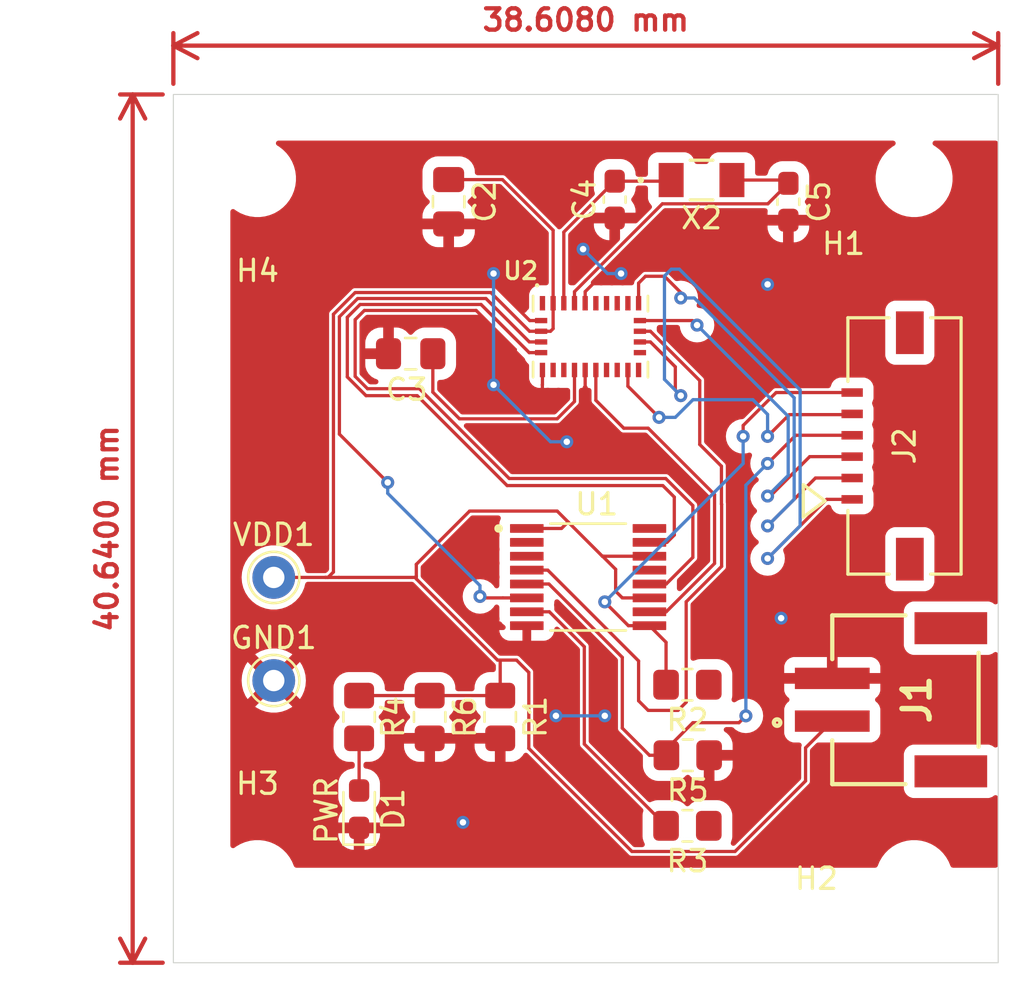
<source format=kicad_pcb>
(kicad_pcb (version 20240108) (generator "pcbnew") (generator_version "8.0")
  (layers (0 "F.Cu" signal) (31 "B.Cu" signal) (34 "B.Paste" user) (35 "F.Paste" user) (36 "B.SilkS" user "B.Silkscreen") (37 "F.SilkS" user "F.Silkscreen") (38 "B.Mask" user) (39 "F.Mask" user) (44 "Edge.Cuts" user))
  (net 0 "")
  (net 1 "GND")
  (net 2 "+3.3V")
  (net 3 "Net-(U2-CAP)")
  (net 4 "Net-(U2-XIN32)")
  (net 5 "Net-(U2-CLKSEL1{slash}XOUT32)")
  (net 6 "Net-(D1-A)")
  (net 9 "Net-(U1-3A)")
  (net 10 "/CS_N")
  (net 11 "/BOOT_N_BUF")
  (net 13 "/RST_N_BUF")
  (net 14 "/CS_N_BUF")
  (net 17 "/RST_N")
  (net 18 "/PS1_BUF")
  (net 21 "/MOSI")
  (net 22 "/INT_N")
  (net 24 "/SCLK")
  (net 25 "/MISO")
  (net 26 "/PS0_BUF")
  (footprint "SC32S-7PF20PPM:XTAL_SC32S-7PF20PPM_EPS" (layer "F.Cu") (at 121.1149 80.0785)
    (property "Reference" "X2" (at 0 1.778 0) (layer "F.SilkS"))
    (property "Value" "SC32S-7PF20PPM")
    (fp_line (start -0.53065 0.9271) (end 0.53065 0.9271) (stroke (width 0.1524)) (layer "F.SilkS"))
    (fp_line (start 0.53065 -0.9271) (end -0.53065 -0.9271) (stroke (width 0.1524)) (layer "F.SilkS"))
    (fp_circle (center -2.8448 0) (end -2.7686 0) (stroke (width 0.1524)) (fill none) (layer "F.SilkS"))
    (pad "1" smd rect (at -1.4224 0) (size 1.1684 1.6002) (layers "F.Cu" "F.Paste" "F.Mask") (net 4 "Net-(U2-XIN32)"))
    (pad "2" smd rect (at 1.4224 0) (size 1.1684 1.6002) (layers "F.Cu" "F.Paste" "F.Mask") (net 5 "Net-(U2-CLKSEL1{slash}XOUT32)"))
    (zone (net 0) (net_name "") (layer "F.Cu") (connect_pads (clearance 0)) (min_thickness 0.254)
      (keepout (tracks not_allowed) (vias not_allowed) (pads allowed) (copperpour not_allowed) (footprints allowed))
      (fill (thermal_gap 0.508) (thermal_bridge_width 0.508))
      (polygon (pts (xy 120.3275 79.3292) (xy 121.9023 79.3292) (xy 121.9023 80.8278) (xy 120.3275 80.8278)))
    )
  )
  (footprint "Resistor_SMD:R_0805_2012Metric_Pad1.20x1.40mm_HandSolder" (layer "F.Cu") (at 105.0875 105.2085 90)
    (property "Reference" "R4" (at 0 1.5925 -90) (layer "F.SilkS"))
    (property "Value" "10k")
    (fp_line (start -0.227064 -0.735) (end 0.227064 -0.735) (stroke (width 0.12)) (layer "F.SilkS"))
    (fp_line (start -0.227064 0.735) (end 0.227064 0.735) (stroke (width 0.12)) (layer "F.SilkS"))
    (pad "1" smd roundrect (at -1 0 90) (size 1.2 1.4) (layers "F.Cu" "F.Paste" "F.Mask") (roundrect_rratio 0.208333) (net 6 "Net-(D1-A)"))
    (pad "2" smd roundrect (at 1 0 90) (size 1.2 1.4) (layers "F.Cu" "F.Paste" "F.Mask") (roundrect_rratio 0.208333) (net 2 "+3.3V"))
  )
  (footprint "CD74HC4050PWR:SOP65P640X120-16N" (layer "F.Cu") (at 115.8065 98.6615)
    (property "Reference" "U1" (at 0.3985 -3.4115 0) (layer "F.SilkS"))
    (property "Value" "CD74HC4050PWR")
    (fp_line (start -1.765 -2.5) (end 1.765 -2.5) (stroke (width 0.127)) (layer "F.SilkS"))
    (fp_line (start 1.765 2.5) (end -1.765 2.5) (stroke (width 0.127)) (layer "F.SilkS"))
    (fp_circle (center -4.19 -2.275) (end -4.09 -2.275) (stroke (width 0.2)) (fill none) (layer "F.SilkS"))
    (pad "1" smd roundrect (at -2.87 -2.275) (size 1.57 0.41) (layers "F.Cu" "F.Paste" "F.Mask") (roundrect_rratio 0.05) (net 2 "+3.3V"))
    (pad "2" smd roundrect (at -2.87 -1.625) (size 1.57 0.41) (layers "F.Cu" "F.Paste" "F.Mask") (roundrect_rratio 0.05))
    (pad "3" smd roundrect (at -2.87 -0.975) (size 1.57 0.41) (layers "F.Cu" "F.Paste" "F.Mask") (roundrect_rratio 0.05))
    (pad "4" smd roundrect (at -2.87 -0.325) (size 1.57 0.41) (layers "F.Cu" "F.Paste" "F.Mask") (roundrect_rratio 0.05) (net 14 "/CS_N_BUF"))
    (pad "5" smd roundrect (at -2.87 0.325) (size 1.57 0.41) (layers "F.Cu" "F.Paste" "F.Mask") (roundrect_rratio 0.05) (net 10 "/CS_N"))
    (pad "6" smd roundrect (at -2.87 0.975) (size 1.57 0.41) (layers "F.Cu" "F.Paste" "F.Mask") (roundrect_rratio 0.05) (net 11 "/BOOT_N_BUF"))
    (pad "7" smd roundrect (at -2.87 1.625) (size 1.57 0.41) (layers "F.Cu" "F.Paste" "F.Mask") (roundrect_rratio 0.05) (net 9 "Net-(U1-3A)"))
    (pad "8" smd roundrect (at -2.87 2.275) (size 1.57 0.41) (layers "F.Cu" "F.Paste" "F.Mask") (roundrect_rratio 0.05) (net 1 "GND"))
    (pad "9" smd roundrect (at 2.87 2.275) (size 1.57 0.41) (layers "F.Cu" "F.Paste" "F.Mask") (roundrect_rratio 0.05) (net 17 "/RST_N"))
    (pad "10" smd roundrect (at 2.87 1.625) (size 1.57 0.41) (layers "F.Cu" "F.Paste" "F.Mask") (roundrect_rratio 0.05) (net 13 "/RST_N_BUF"))
    (pad "11" smd roundrect (at 2.87 0.975) (size 1.57 0.41) (layers "F.Cu" "F.Paste" "F.Mask") (roundrect_rratio 0.05) (net 2 "+3.3V"))
    (pad "12" smd roundrect (at 2.87 0.325) (size 1.57 0.41) (layers "F.Cu" "F.Paste" "F.Mask") (roundrect_rratio 0.05) (net 26 "/PS0_BUF"))
    (pad "13" smd roundrect (at 2.87 -0.325) (size 1.57 0.41) (layers "F.Cu" "F.Paste" "F.Mask") (roundrect_rratio 0.05))
    (pad "14" smd roundrect (at 2.87 -0.975) (size 1.57 0.41) (layers "F.Cu" "F.Paste" "F.Mask") (roundrect_rratio 0.05) (net 2 "+3.3V"))
    (pad "15" smd roundrect (at 2.87 -1.625) (size 1.57 0.41) (layers "F.Cu" "F.Paste" "F.Mask") (roundrect_rratio 0.05) (net 18 "/PS1_BUF"))
    (pad "16" smd roundrect (at 2.87 -2.275) (size 1.57 0.41) (layers "F.Cu" "F.Paste" "F.Mask") (roundrect_rratio 0.05))
  )
  (footprint "TestPoint:TestPoint_THTPad_D2.0mm_Drill1.0mm" (layer "F.Cu") (at 101.092 103.505)
    (property "Reference" "GND1" (at 0 -1.998 0) (layer "F.SilkS"))
    (property "Value" "TestPoint")
    (fp_circle (center 0 0) (end 0 1.2) (stroke (width 0.12)) (fill none) (layer "F.SilkS"))
    (pad "1" thru_hole circle (at 0 0) (size 2 2) (drill 1) (layers "*.Cu" "*.Mask") (net 1 "GND"))
  )
  (footprint "MountingHole:MountingHole_3.2mm_M3" (layer "F.Cu") (at 100.33 80.01)
    (property "Reference" "H4" (at 0 4.318 0) (layer "F.SilkS"))
    (property "Value" "MountingHole")
    (pad "" np_thru_hole circle (at 0 0) (size 3.2 3.2) (drill 3.2) (layers "*.Cu" "*.Mask"))
  )
  (footprint "BNO085:IC_BNO080" (layer "F.Cu") (at 115.9185 87.406)
    (property "Reference" "U2" (at -3.2695 -3.078 0) (layer "F.SilkS") (effects (font (size 0.8001 0.8001))))
    (property "Value" "~")
    (fp_line (start -2.6885 -1.9) (end -2.6885 -1.1885) (stroke (width 0.127)) (layer "F.SilkS"))
    (fp_line (start -2.6885 1.9) (end -2.6885 1.1885) (stroke (width 0.127)) (layer "F.SilkS"))
    (fp_line (start 2.6885 -1.9) (end 2.6885 -1.1885) (stroke (width 0.127)) (layer "F.SilkS"))
    (fp_line (start 2.6885 1.9) (end 2.6885 1.1885) (stroke (width 0.127)) (layer "F.SilkS"))
    (fp_circle (center -2.5 -2.4) (end -2.45 -2.4) (stroke (width 0.1)) (fill none) (layer "F.SilkS"))
    (pad "1" smd rect (at -2.25 -1.5625 90) (size 0.675 0.25) (layers "F.Cu" "F.Paste" "F.Mask"))
    (pad "2" smd rect (at -2.3125 -0.75) (size 0.575 0.25) (layers "F.Cu" "F.Paste" "F.Mask") (net 1 "GND"))
    (pad "3" smd rect (at -2.3125 -0.25) (size 0.575 0.25) (layers "F.Cu" "F.Paste" "F.Mask") (net 2 "+3.3V"))
    (pad "4" smd rect (at -2.3125 0.25) (size 0.575 0.25) (layers "F.Cu" "F.Paste" "F.Mask") (net 11 "/BOOT_N_BUF"))
    (pad "5" smd rect (at -2.3125 0.75) (size 0.575 0.25) (layers "F.Cu" "F.Paste" "F.Mask") (net 18 "/PS1_BUF"))
    (pad "6" smd rect (at -2.25 1.5625 270) (size 0.675 0.25) (layers "F.Cu" "F.Paste" "F.Mask") (net 26 "/PS0_BUF"))
    (pad "7" smd rect (at -1.75 1.5625 270) (size 0.675 0.25) (layers "F.Cu" "F.Paste" "F.Mask"))
    (pad "8" smd rect (at -1.25 1.5625 270) (size 0.675 0.25) (layers "F.Cu" "F.Paste" "F.Mask"))
    (pad "9" smd rect (at -0.75 1.5625 270) (size 0.675 0.25) (layers "F.Cu" "F.Paste" "F.Mask") (net 3 "Net-(U2-CAP)"))
    (pad "10" smd rect (at -0.25 1.5625 270) (size 0.675 0.25) (layers "F.Cu" "F.Paste" "F.Mask") (net 1 "GND"))
    (pad "11" smd rect (at 0.25 1.5625 270) (size 0.675 0.25) (layers "F.Cu" "F.Paste" "F.Mask") (net 13 "/RST_N_BUF"))
    (pad "12" smd rect (at 0.75 1.5625 270) (size 0.675 0.25) (layers "F.Cu" "F.Paste" "F.Mask"))
    (pad "13" smd rect (at 1.25 1.5625 270) (size 0.675 0.25) (layers "F.Cu" "F.Paste" "F.Mask"))
    (pad "14" smd rect (at 1.75 1.5625 270) (size 0.675 0.25) (layers "F.Cu" "F.Paste" "F.Mask") (net 22 "/INT_N"))
    (pad "15" smd rect (at 2.25 1.5625 270) (size 0.675 0.25) (layers "F.Cu" "F.Paste" "F.Mask"))
    (pad "16" smd rect (at 2.3125 0.75 180) (size 0.575 0.25) (layers "F.Cu" "F.Paste" "F.Mask"))
    (pad "17" smd rect (at 2.3125 0.25 180) (size 0.575 0.25) (layers "F.Cu" "F.Paste" "F.Mask") (net 21 "/MOSI"))
    (pad "18" smd rect (at 2.3125 -0.25 180) (size 0.575 0.25) (layers "F.Cu" "F.Paste" "F.Mask") (net 14 "/CS_N_BUF"))
    (pad "19" smd rect (at 2.3125 -0.75 180) (size 0.575 0.25) (layers "F.Cu" "F.Paste" "F.Mask") (net 24 "/SCLK"))
    (pad "20" smd rect (at 2.25 -1.5625 90) (size 0.675 0.25) (layers "F.Cu" "F.Paste" "F.Mask") (net 25 "/MISO"))
    (pad "21" smd rect (at 1.75 -1.5625 90) (size 0.675 0.25) (layers "F.Cu" "F.Paste" "F.Mask"))
    (pad "22" smd rect (at 1.25 -1.5625 90) (size 0.675 0.25) (layers "F.Cu" "F.Paste" "F.Mask"))
    (pad "23" smd rect (at 0.75 -1.5625 90) (size 0.675 0.25) (layers "F.Cu" "F.Paste" "F.Mask"))
    (pad "24" smd rect (at 0.25 -1.5625 90) (size 0.675 0.25) (layers "F.Cu" "F.Paste" "F.Mask"))
    (pad "25" smd rect (at -0.25 -1.5625 90) (size 0.675 0.25) (layers "F.Cu" "F.Paste" "F.Mask") (net 1 "GND"))
    (pad "26" smd rect (at -0.75 -1.5625 90) (size 0.675 0.25) (layers "F.Cu" "F.Paste" "F.Mask") (net 5 "Net-(U2-CLKSEL1{slash}XOUT32)"))
    (pad "27" smd rect (at -1.25 -1.5625 90) (size 0.675 0.25) (layers "F.Cu" "F.Paste" "F.Mask") (net 4 "Net-(U2-XIN32)"))
    (pad "28" smd rect (at -1.75 -1.5625 90) (size 0.675 0.25) (layers "F.Cu" "F.Paste" "F.Mask") (net 2 "+3.3V"))
  )
  (footprint "TestPoint:TestPoint_THTPad_D2.0mm_Drill1.0mm" (layer "F.Cu") (at 101.092 98.679)
    (property "Reference" "VDD1" (at 0 -1.998 0) (layer "F.SilkS"))
    (property "Value" "TestPoint")
    (fp_circle (center 0 0) (end 0 1.2) (stroke (width 0.12)) (fill none) (layer "F.SilkS"))
    (pad "1" thru_hole circle (at 0 0) (size 2 2) (drill 1) (layers "*.Cu" "*.Mask") (net 2 "+3.3V"))
  )
  (footprint "Capacitor_SMD:C_0805_2012Metric_Pad1.18x1.45mm_HandSolder" (layer "F.Cu") (at 109.2785 81.0945 -90)
    (property "Reference" "C2" (at 0 -1.68 90) (layer "F.SilkS"))
    (property "Value" "0.1uF")
    (fp_line (start -0.261252 0.735) (end 0.261252 0.735) (stroke (width 0.12)) (layer "F.SilkS"))
    (fp_line (start -0.261252 -0.735) (end 0.261252 -0.735) (stroke (width 0.12)) (layer "F.SilkS"))
    (pad "1" smd roundrect (at -1.0375 0 270) (size 1.175 1.45) (layers "F.Cu" "F.Paste" "F.Mask") (roundrect_rratio 0.212766) (net 2 "+3.3V"))
    (pad "2" smd roundrect (at 1.0375 0 270) (size 1.175 1.45) (layers "F.Cu" "F.Paste" "F.Mask") (roundrect_rratio 0.212766) (net 1 "GND"))
  )
  (footprint "Resistor_SMD:R_0805_2012Metric_Pad1.20x1.40mm_HandSolder" (layer "F.Cu") (at 120.4705 107.0025 180)
    (property "Reference" "R5" (at 0 -1.65 180) (layer "F.SilkS"))
    (property "Value" "10k")
    (fp_line (start -0.227064 0.735) (end 0.227064 0.735) (stroke (width 0.12)) (layer "F.SilkS"))
    (fp_line (start -0.227064 -0.735) (end 0.227064 -0.735) (stroke (width 0.12)) (layer "F.SilkS"))
    (pad "1" smd roundrect (at -1 0 180) (size 1.2 1.4) (layers "F.Cu" "F.Paste" "F.Mask") (roundrect_rratio 0.208333) (net 1 "GND"))
    (pad "2" smd roundrect (at 1 0 180) (size 1.2 1.4) (layers "F.Cu" "F.Paste" "F.Mask") (roundrect_rratio 0.208333) (net 10 "/CS_N"))
  )
  (footprint "Resistor_SMD:R_0805_2012Metric_Pad1.20x1.40mm_HandSolder" (layer "F.Cu") (at 108.3895 105.2085 -90)
    (property "Reference" "R6" (at 0 -1.65 90) (layer "F.SilkS"))
    (property "Value" "10k")
    (fp_line (start -0.227064 0.735) (end 0.227064 0.735) (stroke (width 0.12)) (layer "F.SilkS"))
    (fp_line (start -0.227064 -0.735) (end 0.227064 -0.735) (stroke (width 0.12)) (layer "F.SilkS"))
    (pad "1" smd roundrect (at -1 0 270) (size 1.2 1.4) (layers "F.Cu" "F.Paste" "F.Mask") (roundrect_rratio 0.208333) (net 2 "+3.3V"))
    (pad "2" smd roundrect (at 1 0 270) (size 1.2 1.4) (layers "F.Cu" "F.Paste" "F.Mask") (roundrect_rratio 0.208333) (net 1 "GND"))
  )
  (footprint "Capacitor_SMD:C_0805_2012Metric_Pad1.18x1.45mm_HandSolder" (layer "F.Cu") (at 107.5005 88.2065 180)
    (property "Reference" "C3" (at 0.1855 -1.68 180) (layer "F.SilkS"))
    (property "Value" "0.1uF")
    (fp_line (start -0.261252 0.735) (end 0.261252 0.735) (stroke (width 0.12)) (layer "F.SilkS"))
    (fp_line (start -0.261252 -0.735) (end 0.261252 -0.735) (stroke (width 0.12)) (layer "F.SilkS"))
    (pad "1" smd roundrect (at -1.0375 0 180) (size 1.175 1.45) (layers "F.Cu" "F.Paste" "F.Mask") (roundrect_rratio 0.212766) (net 3 "Net-(U2-CAP)"))
    (pad "2" smd roundrect (at 1.0375 0 180) (size 1.175 1.45) (layers "F.Cu" "F.Paste" "F.Mask") (roundrect_rratio 0.212766) (net 1 "GND"))
  )
  (footprint "Adafruit Accessories JST-PH 2-pin SMT Right Angle Connect:1769" (layer "F.Cu") (at 127.234 104.404 90)
    (property "Reference" "J1" (at 0.01 3.957 -90) (layer "F.SilkS") (effects (font (size 1.27 1.27) (thickness 0.254))))
    (property "Value" "1769" (hide yes))
    (fp_line (start 3.95 0) (end 1.9 0) (stroke (width 0.2)) (layer "F.SilkS"))
    (fp_line (start 3.95 0) (end 3.95 3.425) (stroke (width 0.2)) (layer "F.SilkS"))
    (fp_line (start -3.95 0) (end -1.9 0) (stroke (width 0.2)) (layer "F.SilkS"))
    (fp_line (start -3.95 0) (end -3.95 3.425) (stroke (width 0.2)) (layer "F.SilkS"))
    (fp_line (start -2.196 6.849) (end 2.196 6.849) (stroke (width 0.2)) (layer "F.SilkS"))
    (fp_circle (center -1.069 -2.582) (end -1.069 -2.53) (stroke (width 0.2)) (fill none) (layer "F.SilkS"))
    (pad "1" smd rect (at -1 0 90) (size 1 3.5) (layers "F.Cu" "F.Paste" "F.Mask") (net 2 "+3.3V"))
    (pad "2" smd rect (at 1 0 90) (size 1 3.5) (layers "F.Cu" "F.Paste" "F.Mask") (net 1 "GND"))
    (pad "3" smd rect (at -3.35 5.55 90) (size 1.5 3.4) (layers "F.Cu" "F.Paste" "F.Mask"))
    (pad "4" smd rect (at 3.35 5.55 90) (size 1.5 3.4) (layers "F.Cu" "F.Paste" "F.Mask"))
  )
  (footprint "LED_SMD:LED_0603_1608Metric_Pad1.05x0.95mm_HandSolder" (layer "F.Cu") (at 105.0875 109.5265 90)
    (property "Reference" "D1" (at 0 1.5925 -90) (layer "F.SilkS"))
    (property "Value" "LED(Red)")
    (fp_line (start 0.8 -0.735) (end -1.66 -0.735) (stroke (width 0.12)) (layer "F.SilkS"))
    (fp_line (start -1.66 -0.735) (end -1.66 0.735) (stroke (width 0.12)) (layer "F.SilkS"))
    (fp_line (start -1.66 0.735) (end 0.8 0.735) (stroke (width 0.12)) (layer "F.SilkS"))
    (pad "1" smd roundrect (at -0.875 0 90) (size 1.05 0.95) (layers "F.Cu" "F.Paste" "F.Mask") (net 1 "GND"))
    (pad "2" smd roundrect (at 0.875 0 90) (size 1.05 0.95) (layers "F.Cu" "F.Paste" "F.Mask") (net 6 "Net-(D1-A)"))
  )
  (footprint "Capacitor_SMD:C_0603_1608Metric_Pad1.08x0.95mm_HandSolder" (layer "F.Cu") (at 125.1789 81.0945 -90)
    (property "Reference" "C5" (at 0 -1.43 90) (layer "F.SilkS"))
    (property "Value" "22pF")
    (fp_line (start -0.146267 0.51) (end 0.146267 0.51) (stroke (width 0.12)) (layer "F.SilkS"))
    (fp_line (start -0.146267 -0.51) (end 0.146267 -0.51) (stroke (width 0.12)) (layer "F.SilkS"))
    (pad "1" smd roundrect (at -0.8625 0 270) (size 1.075 0.95) (layers "F.Cu" "F.Paste" "F.Mask") (net 5 "Net-(U2-CLKSEL1{slash}XOUT32)"))
    (pad "2" smd roundrect (at 0.8625 0 270) (size 1.075 0.95) (layers "F.Cu" "F.Paste" "F.Mask") (net 1 "GND"))
  )
  (footprint "MountingHole:MountingHole_3.2mm_M3" (layer "F.Cu") (at 131.064 80.01)
    (property "Reference" "H1" (at -3.302 3.048 0) (layer "F.SilkS"))
    (property "Value" "MountingHole")
    (pad "" np_thru_hole circle (at 0 0) (size 3.2 3.2) (drill 3.2) (layers "*.Cu" "*.Mask"))
  )
  (footprint "Resistor_SMD:R_0805_2012Metric_Pad1.20x1.40mm_HandSolder" (layer "F.Cu") (at 120.4545 110.3045 180)
    (property "Reference" "R3" (at 0 -1.65 180) (layer "F.SilkS"))
    (property "Value" "10k")
    (fp_line (start -0.227064 0.735) (end 0.227064 0.735) (stroke (width 0.12)) (layer "F.SilkS"))
    (fp_line (start -0.227064 -0.735) (end 0.227064 -0.735) (stroke (width 0.12)) (layer "F.SilkS"))
    (pad "1" smd roundrect (at -1 0 180) (size 1.2 1.4) (layers "F.Cu" "F.Paste" "F.Mask") (roundrect_rratio 0.208333) (net 2 "+3.3V"))
    (pad "2" smd roundrect (at 1 0 180) (size 1.2 1.4) (layers "F.Cu" "F.Paste" "F.Mask") (roundrect_rratio 0.208333) (net 9 "Net-(U1-3A)"))
  )
  (footprint "MountingHole:MountingHole_3.2mm_M3" (layer "F.Cu") (at 131.064 112.776)
    (property "Reference" "H2" (at -4.572 0 0) (layer "F.SilkS"))
    (property "Value" "MountingHole")
    (pad "" np_thru_hole circle (at 0 0) (size 3.2 3.2) (drill 3.2) (layers "*.Cu" "*.Mask"))
  )
  (footprint "WM24188TR-ND:CON_2005280060_MOL" (layer "F.Cu") (at 130.6145 92.5245 90)
    (property "Reference" "J2" (at 0 0 90) (layer "F.SilkS"))
    (property "Value" "2005280060")
    (fp_line (start -1.808988 -4.736) (end -2.570988 -3.72) (stroke (width 0.1524)) (layer "F.SilkS"))
    (fp_line (start -3.332988 -4.736) (end -1.808988 -4.736) (stroke (width 0.1524)) (layer "F.SilkS"))
    (fp_line (start -3.332988 -4.736) (end -2.570988 -3.72) (stroke (width 0.1524)) (layer "F.SilkS"))
    (fp_line (start 5.999988 -2.65) (end 3.02004 -2.65) (stroke (width 0.1524)) (layer "F.SilkS"))
    (fp_line (start -3.02004 -2.65) (end -5.999988 -2.65) (stroke (width 0.1524)) (layer "F.SilkS"))
    (fp_line (start -5.999988 -2.65) (end -5.999988 -0.72004) (stroke (width 0.1524)) (layer "F.SilkS"))
    (fp_line (start 5.999988 -0.72004) (end 5.999988 -2.65) (stroke (width 0.1524)) (layer "F.SilkS"))
    (fp_line (start -5.999988 1.220039) (end -5.999988 2.65) (stroke (width 0.1524)) (layer "F.SilkS"))
    (fp_line (start 5.999988 2.65) (end 5.999988 1.220039) (stroke (width 0.1524)) (layer "F.SilkS"))
    (fp_line (start -5.999988 2.65) (end 5.999988 2.65) (stroke (width 0.1524)) (layer "F.SilkS"))
    (pad "1" smd rect (at -2.5 -2.45 90) (size 0.4 1) (layers "F.Cu" "F.Paste" "F.Mask") (net 21 "/MOSI"))
    (pad "2" smd rect (at -1.5 -2.45 90) (size 0.4 1) (layers "F.Cu" "F.Paste" "F.Mask") (net 25 "/MISO"))
    (pad "3" smd rect (at -0.499999 -2.45 90) (size 0.4 1) (layers "F.Cu" "F.Paste" "F.Mask") (net 24 "/SCLK"))
    (pad "4" smd rect (at 0.499999 -2.45 90) (size 0.4 1) (layers "F.Cu" "F.Paste" "F.Mask") (net 10 "/CS_N"))
    (pad "5" smd rect (at 1.5 -2.45 90) (size 0.4 1) (layers "F.Cu" "F.Paste" "F.Mask") (net 22 "/INT_N"))
    (pad "6" smd rect (at 2.5 -2.45 90) (size 0.4 1) (layers "F.Cu" "F.Paste" "F.Mask") (net 17 "/RST_N"))
    (pad "P1" smd rect (at -5.299995 0.249999 90) (size 2 1.3) (layers "F.Cu" "F.Paste" "F.Mask"))
    (pad "P2" smd rect (at 5.299995 0.249999 90) (size 2 1.3) (layers "F.Cu" "F.Paste" "F.Mask"))
  )
  (footprint "Resistor_SMD:R_0805_2012Metric_Pad1.20x1.40mm_HandSolder" (layer "F.Cu") (at 120.4545 103.7005 180)
    (property "Reference" "R2" (at 0 -1.65 180) (layer "F.SilkS"))
    (property "Value" "10k")
    (fp_line (start -0.227064 0.735) (end 0.227064 0.735) (stroke (width 0.12)) (layer "F.SilkS"))
    (fp_line (start -0.227064 -0.735) (end 0.227064 -0.735) (stroke (width 0.12)) (layer "F.SilkS"))
    (pad "1" smd roundrect (at -1 0 180) (size 1.2 1.4) (layers "F.Cu" "F.Paste" "F.Mask") (roundrect_rratio 0.208333) (net 2 "+3.3V"))
    (pad "2" smd roundrect (at 1 0 180) (size 1.2 1.4) (layers "F.Cu" "F.Paste" "F.Mask") (roundrect_rratio 0.208333) (net 17 "/RST_N"))
  )
  (footprint "MountingHole:MountingHole_3.2mm_M3" (layer "F.Cu") (at 100.33 112.776)
    (property "Reference" "H3" (at 0 -4.445 0) (layer "F.SilkS"))
    (property "Value" "MountingHole")
    (pad "" np_thru_hole circle (at 0 0) (size 3.2 3.2) (drill 3.2) (layers "*.Cu" "*.Mask"))
  )
  (footprint "Resistor_SMD:R_0805_2012Metric_Pad1.20x1.40mm_HandSolder" (layer "F.Cu") (at 111.6915 105.2085 -90)
    (property "Reference" "R1" (at 0 -1.65 90) (layer "F.SilkS"))
    (property "Value" "10k")
    (fp_line (start -0.227064 0.735) (end 0.227064 0.735) (stroke (width 0.12)) (layer "F.SilkS"))
    (fp_line (start -0.227064 -0.735) (end 0.227064 -0.735) (stroke (width 0.12)) (layer "F.SilkS"))
    (pad "1" smd roundrect (at -1 0 270) (size 1.2 1.4) (layers "F.Cu" "F.Paste" "F.Mask") (roundrect_rratio 0.208333) (net 2 "+3.3V"))
    (pad "2" smd roundrect (at 1 0 270) (size 1.2 1.4) (layers "F.Cu" "F.Paste" "F.Mask") (roundrect_rratio 0.208333) (net 1 "GND"))
  )
  (footprint "Capacitor_SMD:C_0603_1608Metric_Pad1.08x0.95mm_HandSolder" (layer "F.Cu") (at 117.0509 80.994 -90)
    (property "Reference" "C4" (at 0 1.4224 90) (layer "F.SilkS"))
    (property "Value" "22pF")
    (fp_line (start -0.146267 0.51) (end 0.146267 0.51) (stroke (width 0.12)) (layer "F.SilkS"))
    (fp_line (start -0.146267 -0.51) (end 0.146267 -0.51) (stroke (width 0.12)) (layer "F.SilkS"))
    (pad "1" smd roundrect (at -0.8625 0 270) (size 1.075 0.95) (layers "F.Cu" "F.Paste" "F.Mask") (net 4 "Net-(U2-XIN32)"))
    (pad "2" smd roundrect (at 0.8625 0 270) (size 1.075 0.95) (layers "F.Cu" "F.Paste" "F.Mask") (net 1 "GND"))
  )
  (gr_rect (start 96.393 76.073) (end 135.001 116.713) (stroke (width 0.05)) (fill none) (layer "Edge.Cuts"))
  (gr_text "PWR" (at 104.14 111.252 90) (layer "F.SilkS") (effects (font (size 1 1) (thickness 0.15) (bold yes)) (justify left bottom)))
  (dimension (type aligned) (layer "F.Cu") (pts (xy 96.393 76.073) (xy 135.001 76.073)) (height -2.286) (gr_text "1520.0000 mils" (at 115.697 72.587 0) (layer "F.Cu") (effects (font (size 1 1) (thickness 0.2)))) (format (prefix "") (suffix "") (units 3) (units_format 1) (precision 4)) (style (thickness 0.2) (arrow_length 1.27) (text_position_mode 0) (extension_height 0.58642) (extension_offset 0.5) keep_text_aligned))
  (dimension (type aligned) (layer "F.Cu") (pts (xy 96.393 76.073) (xy 96.393 116.713)) (height 1.905) (gr_text "1600.0000 mils" (at 93.288 96.393 90) (layer "F.Cu") (effects (font (size 1 1) (thickness 0.2)))) (format (prefix "") (suffix "") (units 3) (units_format 1) (precision 4)) (style (thickness 0.2) (arrow_length 1.27) (text_position_mode 0) (extension_height 0.58642) (extension_offset 0.5) keep_text_aligned))
  (segment (start 115.6685 85.3028) (end 116.5163 84.455) (width 0.1524) (layer "F.Cu") (net 1))
  (segment (start 117.348 84.455) (end 117.221 84.455) (width 0.1524) (layer "F.Cu") (net 1))
  (segment (start 115.6685 85.8435) (end 115.6685 85.3028) (width 0.1524) (layer "F.Cu") (net 1))
  (segment (start 111.379 84.455) (end 111.379 84.963) (width 0.1524) (layer "F.Cu") (net 1))
  (segment (start 111.379 84.963) (end 113.072 86.656) (width 0.1524) (layer "F.Cu") (net 1))
  (segment (start 116.5163 84.455) (end 117.348 84.455) (width 0.1524) (layer "F.Cu") (net 1))
  (segment (start 115.6685 91.4685) (end 115.6685 88.9685) (width 0.1524) (layer "F.Cu") (net 1))
  (segment (start 113.072 86.656) (end 113.606 86.656) (width 0.1524) (layer "F.Cu") (net 1))
  (segment (start 114.808 92.329) (end 115.6685 91.4685) (width 0.1524) (layer "F.Cu") (net 1))
  (via (at 114.3 105.156) (size 0.61) (drill 0.3) (layers "F.Cu" "B.Cu") (net 1))
  (via (at 124.206 84.963) (size 0.61) (drill 0.3) (layers "F.Cu" "B.Cu") (net 1))
  (via (at 115.57 83.312) (size 0.61) (drill 0.3) (layers "F.Cu" "B.Cu") (net 1))
  (via (at 114.808 92.329) (size 0.61) (drill 0.3) (layers "F.Cu" "B.Cu") (net 1))
  (via (at 116.586 105.156) (size 0.61) (drill 0.3) (layers "F.Cu" "B.Cu") (net 1))
  (via (at 111.379 84.455) (size 0.61) (drill 0.3) (layers "F.Cu" "B.Cu") (net 1))
  (via (at 124.841 100.584) (size 0.61) (drill 0.3) (layers "F.Cu" "B.Cu") (net 1))
  (via (at 109.947721 110.142448) (size 0.61) (drill 0.3) (layers "F.Cu" "B.Cu") (net 1))
  (via (at 117.348 84.455) (size 0.61) (drill 0.3) (layers "F.Cu" "B.Cu") (net 1))
  (via (at 111.379 89.662) (size 0.61) (drill 0.3) (layers "F.Cu" "B.Cu") (net 1))
  (segment (start 116.713 84.455) (end 115.57 83.312) (width 0.1524) (layer "B.Cu") (net 1))
  (segment (start 117.348 84.455) (end 116.713 84.455) (width 0.1524) (layer "B.Cu") (net 1))
  (segment (start 114.3 105.156) (end 116.586 105.156) (width 0.1524) (layer "B.Cu") (net 1))
  (segment (start 111.379 89.662) (end 111.379 84.455) (width 0.1524) (layer "B.Cu") (net 1))
  (segment (start 114.046 92.329) (end 114.808 92.329) (width 0.1524) (layer "B.Cu") (net 1))
  (segment (start 111.379 89.662) (end 114.046 92.329) (width 0.1524) (layer "B.Cu") (net 1))
  (segment (start 111.5645 102.5475) (end 111.6915 102.5475) (width 0.1524) (layer "F.Cu") (net 2))
  (segment (start 103.505 98.679) (end 101.092 98.679) (width 0.1524) (layer "F.Cu") (net 2))
  (segment (start 111.797 80.057) (end 109.2785 80.057) (width 0.1524) (layer "F.Cu") (net 2))
  (segment (start 111.252 85.344) (end 104.902 85.344) (width 0.1524) (layer "F.Cu") (net 2))
  (segment (start 103.632 98.679) (end 103.505 98.679) (width 0.1524) (layer "F.Cu") (net 2))
  (segment (start 107.7645 98.6205) (end 107.706 98.679) (width 0.1524) (layer "F.Cu") (net 2))
  (segment (start 114.8665 96.0805) (end 114.5605 96.3865) (width 0.1524) (layer "F.Cu") (net 2))
  (segment (start 107.7645 98.6205) (end 107.7645 98.7475) (width 0.1524) (layer "F.Cu") (net 2))
  (segment (start 114.5605 96.3865) (end 112.9365 96.3865) (width 0.1524) (layer "F.Cu") (net 2))
  (segment (start 113.03 106.68) (end 113.03 103.124) (width 0.1524) (layer "F.Cu") (net 2))
  (segment (start 117.094 98.298) (end 117.094 99.324) (width 0.1524) (layer "F.Cu") (net 2))
  (segment (start 117.856 111.506) (end 113.03 106.68) (width 0.1524) (layer "F.Cu") (net 2))
  (segment (start 116.5275 97.6865) (end 118.6765 97.6865) (width 0.1524) (layer "F.Cu") (net 2))
  (segment (start 116.4725 97.6865) (end 116.5275 97.6865) (width 0.1524) (layer "F.Cu") (net 2))
  (segment (start 125.984 108.204) (end 122.682 111.506) (width 0.1524) (layer "F.Cu") (net 2))
  (segment (start 110.2595 95.5725) (end 114.3585 95.5725) (width 0.1524) (layer "F.Cu") (net 2))
  (segment (start 105.0875 104.2085) (end 108.3895 104.2085) (width 0.1524) (layer "F.Cu") (net 2))
  (segment (start 107.706 98.679) (end 104.14 98.679) (width 0.1524) (layer "F.Cu") (net 2))
  (segment (start 104.902 85.344) (end 103.886 86.36) (width 0.1524) (layer "F.Cu") (net 2))
  (segment (start 125.984 106.654) (end 125.984 108.204) (width 0.1524) (layer "F.Cu") (net 2))
  (segment (start 103.886 98.425) (end 103.632 98.679) (width 0.1524) (layer "F.Cu") (net 2))
  (segment (start 107.7645 98.7475) (end 111.5645 102.5475) (width 0.1524) (layer "F.Cu") (net 2))
  (segment (start 114.1685 87.0334) (end 114.1685 85.8435) (width 0.1524) (layer "F.Cu") (net 2))
  (segment (start 103.886 86.36) (end 103.886 98.425) (width 0.1524) (layer "F.Cu") (net 2))
  (segment (start 122.682 111.506) (end 117.856 111.506) (width 0.1524) (layer "F.Cu") (net 2))
  (segment (start 114.3585 95.5725) (end 114.8665 96.0805) (width 0.1524) (layer "F.Cu") (net 2))
  (segment (start 113.064 87.156) (end 111.252 85.344) (width 0.1524) (layer "F.Cu") (net 2))
  (segment (start 114.8665 96.0805) (end 116.4725 97.6865) (width 0.1524) (layer "F.Cu") (net 2))
  (segment (start 114.0459 87.156) (end 114.1685 87.0334) (width 0.1524) (layer "F.Cu") (net 2))
  (segment (start 111.6915 102.5475) (end 111.6915 104.2085) (width 0.1524) (layer "F.Cu") (net 2))
  (segment (start 113.03 103.124) (end 112.4535 102.5475) (width 0.1524) (layer "F.Cu") (net 2))
  (segment (start 127.234 105.404) (end 125.984 106.654) (width 0.1524) (layer "F.Cu") (net 2))
  (segment (start 114.1685 85.8435) (end 114.1685 82.4285) (width 0.1524) (layer "F.Cu") (net 2))
  (segment (start 107.7645 98.0675) (end 110.2595 95.5725) (width 0.1524) (layer "F.Cu") (net 2))
  (segment (start 114.1685 82.4285) (end 111.797 80.057) (width 0.1524) (layer "F.Cu") (net 2))
  (segment (start 117.094 99.324) (end 117.4065 99.6365) (width 0.1524) (layer "F.Cu") (net 2))
  (segment (start 108.3895 104.2085) (end 111.6915 104.2085) (width 0.1524) (layer "F.Cu") (net 2))
  (segment (start 116.4725 97.6865) (end 116.4825 97.6865) (width 0.1524) (layer "F.Cu") (net 2))
  (segment (start 117.4065 99.6365) (end 118.6765 99.6365) (width 0.1524) (layer "F.Cu") (net 2))
  (segment (start 107.7645 98.6205) (end 107.7645 98.0675) (width 0.1524) (layer "F.Cu") (net 2))
  (segment (start 113.606 87.156) (end 114.0459 87.156) (width 0.1524) (layer "F.Cu") (net 2))
  (segment (start 104.14 98.679) (end 103.505 98.679) (width 0.1524) (layer "F.Cu") (net 2))
  (segment (start 113.606 87.156) (end 113.064 87.156) (width 0.1524) (layer "F.Cu") (net 2))
  (segment (start 116.4825 97.6865) (end 117.094 98.298) (width 0.1524) (layer "F.Cu") (net 2))
  (segment (start 112.4535 102.5475) (end 111.6915 102.5475) (width 0.1524) (layer "F.Cu") (net 2))
  (segment (start 108.538 88.2065) (end 108.538 90.006) (width 0.1524) (layer "F.Cu") (net 3))
  (segment (start 114.3585 91.2545) (end 115.1685 90.4445) (width 0.1524) (layer "F.Cu") (net 3))
  (segment (start 108.538 90.006) (end 109.7865 91.2545) (width 0.1524) (layer "F.Cu") (net 3))
  (segment (start 109.7865 91.2545) (end 114.3585 91.2545) (width 0.1524) (layer "F.Cu") (net 3))
  (segment (start 115.1685 90.4445) (end 115.1685 88.9685) (width 0.1524) (layer "F.Cu") (net 3))
  (segment (start 117.0509 80.1315) (end 119.6395 80.1315) (width 0.1524) (layer "F.Cu") (net 4))
  (segment (start 119.6395 80.1315) (end 119.6925 80.0785) (width 0.2032) (layer "F.Cu") (net 4))
  (segment (start 117.0509 80.1315) (end 114.6685 82.5139) (width 0.1524) (layer "F.Cu") (net 4))
  (segment (start 114.6685 82.5139) (end 114.6685 85.8435) (width 0.1524) (layer "F.Cu") (net 4))
  (segment (start 119.2804 81.1909) (end 124.22 81.1909) (width 0.1524) (layer "F.Cu") (net 5))
  (segment (start 122.5373 80.0785) (end 125.0254 80.0785) (width 0.1524) (layer "F.Cu") (net 5))
  (segment (start 124.22 81.1909) (end 125.1789 80.232) (width 0.1524) (layer "F.Cu") (net 5))
  (segment (start 115.1685 85.8435) (end 115.1685 85.3028) (width 0.1524) (layer "F.Cu") (net 5))
  (segment (start 115.1685 85.3028) (end 119.2804 81.1909) (width 0.1524) (layer "F.Cu") (net 5))
  (segment (start 125.0254 80.0785) (end 125.1789 80.232) (width 0.2032) (layer "F.Cu") (net 5))
  (segment (start 105.0875 108.6515) (end 105.0875 106.2085) (width 0.1524) (layer "F.Cu") (net 6))
  (segment (start 115.6285 106.4785) (end 115.6285 101.9225) (width 0.1524) (layer "F.Cu") (net 9))
  (segment (start 113.9925 100.2865) (end 112.9365 100.2865) (width 0.1524) (layer "F.Cu") (net 9))
  (segment (start 115.6285 101.9225) (end 113.9925 100.2865) (width 0.1524) (layer "F.Cu") (net 9))
  (segment (start 119.4545 110.3045) (end 115.6285 106.4785) (width 0.1524) (layer "F.Cu") (net 9))
  (segment (start 125.526499 92.024501) (end 128.1645 92.024501) (width 0.1524) (layer "F.Cu") (net 10))
  (segment (start 122.8675 105.4785) (end 123.19 105.156) (width 0.1524) (layer "F.Cu") (net 10))
  (segment (start 124.206 93.345) (end 125.526499 92.024501) (width 0.1524) (layer "F.Cu") (net 10))
  (segment (start 118.6765 107.0025) (end 117.4065 105.7325) (width 0.1524) (layer "F.Cu") (net 10))
  (segment (start 117.4065 105.7325) (end 117.4065 102.4205) (width 0.1524) (layer "F.Cu") (net 10))
  (segment (start 119.4705 106.7165) (end 120.7085 105.4785) (width 0.1524) (layer "F.Cu") (net 10))
  (segment (start 119.4705 106.7165) (end 119.4705 107.0025) (width 0.2032) (layer "F.Cu") (net 10))
  (segment (start 117.4065 102.4205) (end 113.9725 98.9865) (width 0.1524) (layer "F.Cu") (net 10))
  (segment (start 113.9725 98.9865) (end 112.9365 98.9865) (width 0.1524) (layer "F.Cu") (net 10))
  (segment (start 119.4705 107.0025) (end 118.6765 107.0025) (width 0.1524) (layer "F.Cu") (net 10))
  (segment (start 120.7085 105.4785) (end 122.8675 105.4785) (width 0.1524) (layer "F.Cu") (net 10))
  (via (at 124.206 93.345) (size 0.61) (drill 0.3) (layers "F.Cu" "B.Cu") (net 10))
  (via (at 123.19 105.156) (size 0.61) (drill 0.3) (layers "F.Cu" "B.Cu") (net 10))
  (segment (start 123.19 94.361) (end 123.19 105.156) (width 0.1524) (layer "B.Cu") (net 10))
  (segment (start 124.206 93.345) (end 123.19 94.361) (width 0.1524) (layer "B.Cu") (net 10))
  (segment (start 110.8025 99.6265) (end 110.744 99.568) (width 0.2032) (layer "F.Cu") (net 11))
  (segment (start 111.0234 85.6234) (end 113.056 87.656) (width 0.1524) (layer "F.Cu") (net 11))
  (segment (start 112.9365 99.6365) (end 111.8185 99.6365) (width 0.1524) (layer "F.Cu") (net 11))
  (segment (start 111.8185 99.6365) (end 110.8025 99.6365) (width 0.1524) (layer "F.Cu") (net 11))
  (segment (start 105.017732 85.6234) (end 111.0234 85.6234) (width 0.1524) (layer "F.Cu") (net 11))
  (segment (start 106.426 94.234) (end 104.1654 91.9734) (width 0.1524) (layer "F.Cu") (net 11))
  (segment (start 110.8025 99.6365) (end 110.8025 99.6265) (width 0.2032) (layer "F.Cu") (net 11))
  (segment (start 113.056 87.656) (end 113.606 87.656) (width 0.1524) (layer "F.Cu") (net 11))
  (segment (start 104.1654 86.475732) (end 105.017732 85.6234) (width 0.1524) (layer "F.Cu") (net 11))
  (segment (start 104.1654 91.9734) (end 104.1654 86.475732) (width 0.1524) (layer "F.Cu") (net 11))
  (via (at 106.426 94.234) (size 0.61) (drill 0.3) (layers "F.Cu" "B.Cu") (net 11))
  (via (at 110.744 99.568) (size 0.61) (drill 0.3) (layers "F.Cu" "B.Cu") (net 11))
  (segment (start 110.744 99.568) (end 110.744 99.06) (width 0.1524) (layer "B.Cu") (net 11))
  (segment (start 110.744 99.06) (end 106.426 94.742) (width 0.1524) (layer "B.Cu") (net 11))
  (segment (start 106.426 94.742) (end 106.426 94.234) (width 0.1524) (layer "B.Cu") (net 11))
  (segment (start 121.7245 94.8005) (end 121.7245 98.023499) (width 0.1524) (layer "F.Cu") (net 13))
  (segment (start 116.1685 88.9685) (end 116.1685 90.3875) (width 0.1524) (layer "F.Cu") (net 13))
  (segment (start 116.1685 90.3875) (end 117.475 91.694) (width 0.1524) (layer "F.Cu") (net 13))
  (segment (start 118.618 91.694) (end 121.7245 94.8005) (width 0.1524) (layer "F.Cu") (net 13))
  (segment (start 121.7245 98.023499) (end 119.461499 100.2865) (width 0.1524) (layer "F.Cu") (net 13))
  (segment (start 119.461499 100.2865) (end 118.6765 100.2865) (width 0.1524) (layer "F.Cu") (net 13))
  (segment (start 117.475 91.694) (end 118.618 91.694) (width 0.1524) (layer "F.Cu") (net 13))
  (segment (start 122.0547 95.2577) (end 122.0547 98.160272) (width 0.1524) (layer "F.Cu") (net 14))
  (segment (start 118.1685 102.58793) (end 113.91707 98.3365) (width 0.1524) (layer "F.Cu") (net 14))
  (segment (start 118.618 104.902) (end 118.1685 104.4525) (width 0.1524) (layer "F.Cu") (net 14))
  (segment (start 122.047 95.25) (end 122.0547 95.2577) (width 0.1524) (layer "F.Cu") (net 14))
  (segment (start 118.231 87.156) (end 118.7217 87.156) (width 0.1524) (layer "F.Cu") (net 14))
  (segment (start 120.396 99.818972) (end 120.396 104.521) (width 0.1524) (layer "F.Cu") (net 14))
  (segment (start 121.031 92.456) (end 122.047 93.472) (width 0.1524) (layer "F.Cu") (net 14))
  (segment (start 120.396 104.521) (end 120.015 104.902) (width 0.1524) (layer "F.Cu") (net 14))
  (segment (start 113.91707 98.3365) (end 112.9365 98.3365) (width 0.1524) (layer "F.Cu") (net 14))
  (segment (start 118.1685 104.4525) (end 118.1685 102.58793) (width 0.1524) (layer "F.Cu") (net 14))
  (segment (start 122.047 93.472) (end 122.047 95.25) (width 0.1524) (layer "F.Cu") (net 14))
  (segment (start 121.031 89.4653) (end 121.031 92.456) (width 0.1524) (layer "F.Cu") (net 14))
  (segment (start 118.7217 87.156) (end 121.031 89.4653) (width 0.1524) (layer "F.Cu") (net 14))
  (segment (start 122.0547 98.160272) (end 120.396 99.818972) (width 0.1524) (layer "F.Cu") (net 14))
  (segment (start 120.015 104.902) (end 118.618 104.902) (width 0.1524) (layer "F.Cu") (net 14))
  (segment (start 116.6445 99.8805) (end 116.586 99.822) (width 0.2032) (layer "F.Cu") (net 17))
  (segment (start 116.6445 99.8905) (end 116.6445 99.8805) (width 0.2032) (layer "F.Cu") (net 17))
  (segment (start 119.4545 101.7145) (end 118.6765 100.9365) (width 0.1524) (layer "F.Cu") (net 17))
  (segment (start 123.063 91.567) (end 124.6055 90.0245) (width 0.1524) (layer "F.Cu") (net 17))
  (segment (start 124.6055 90.0245) (end 128.1645 90.0245) (width 0.1524) (layer "F.Cu") (net 17))
  (segment (start 118.6765 100.9365) (end 117.6905 100.9365) (width 0.1524) (layer "F.Cu") (net 17))
  (segment (start 119.4545 103.7005) (end 119.4545 101.7145) (width 0.1524) (layer "F.Cu") (net 17))
  (segment (start 123.063 92.075) (end 123.063 91.567) (width 0.1524) (layer "F.Cu") (net 17))
  (segment (start 117.6905 100.9365) (end 116.6445 99.8905) (width 0.1524) (layer "F.Cu") (net 17))
  (via (at 116.586 99.822) (size 0.61) (drill 0.3) (layers "F.Cu" "B.Cu") (net 17))
  (via (at 123.063 92.075) (size 0.61) (drill 0.3) (layers "F.Cu" "B.Cu") (net 17))
  (segment (start 123.063 92.075) (end 123.063 93.345) (width 0.1524) (layer "B.Cu") (net 17))
  (segment (start 123.063 93.345) (end 116.586 99.822) (width 0.1524) (layer "B.Cu") (net 17))
  (segment (start 107.8053 90.17) (end 112.014 94.3787) (width 0.1524) (layer "F.Cu") (net 18))
  (segment (start 105.133464 85.9028) (end 104.535132 86.501132) (width 0.1524) (layer "F.Cu") (net 18))
  (segment (start 119.840013 94.916987) (end 119.840013 96.694987) (width 0.1524) (layer "F.Cu") (net 18))
  (segment (start 104.535132 89.295132) (end 105.41 90.17) (width 0.1524) (layer "F.Cu") (net 18))
  (segment (start 119.301726 94.3787) (end 119.840013 94.916987) (width 0.1524) (layer "F.Cu") (net 18))
  (segment (start 113.048 88.156) (end 110.7948 85.9028) (width 0.1524) (layer "F.Cu") (net 18))
  (segment (start 119.840013 96.694987) (end 119.4985 97.0365) (width 0.1524) (layer "F.Cu") (net 18))
  (segment (start 112.014 94.3787) (end 119.301726 94.3787) (width 0.1524) (layer "F.Cu") (net 18))
  (segment (start 113.606 88.156) (end 113.048 88.156) (width 0.1524) (layer "F.Cu") (net 18))
  (segment (start 105.41 90.17) (end 107.8053 90.17) (width 0.1524) (layer "F.Cu") (net 18))
  (segment (start 104.535132 86.501132) (end 104.535132 89.295132) (width 0.1524) (layer "F.Cu") (net 18))
  (segment (start 110.7948 85.9028) (end 105.133464 85.9028) (width 0.1524) (layer "F.Cu") (net 18))
  (segment (start 119.4985 97.0365) (end 118.6765 97.0365) (width 0.1524) (layer "F.Cu") (net 18))
  (segment (start 128.1645 95.0245) (end 128.4645 95.0245) (width 0.2032) (layer "F.Cu") (net 21))
  (segment (start 119.888 88.8223) (end 118.7217 87.656) (width 0.1524) (layer "F.Cu") (net 21))
  (segment (start 119.888 89.916) (end 119.888 88.8223) (width 0.1524) (layer "F.Cu") (net 21))
  (segment (start 126.9715 95.0245) (end 128.1645 95.0245) (width 0.1524) (layer "F.Cu") (net 21))
  (segment (start 118.7217 87.656) (end 118.231 87.656) (width 0.1524) (layer "F.Cu") (net 21))
  (segment (start 124.206 97.79) (end 126.9715 95.0245) (width 0.1524) (layer "F.Cu") (net 21))
  (segment (start 120.142 90.17) (end 119.888 89.916) (width 0.1524) (layer "F.Cu") (net 21))
  (via (at 120.142 90.17) (size 0.61) (drill 0.3) (layers "F.Cu" "B.Cu") (net 21))
  (via (at 124.206 97.79) (size 0.61) (drill 0.3) (layers "F.Cu" "B.Cu") (net 21))
  (segment (start 125.73 96.266) (end 125.73 89.904421) (width 0.1524) (layer "B.Cu") (net 21))
  (segment (start 119.698621 84.2518) (end 119.38 84.570421) (width 0.1524) (layer "B.Cu") (net 21))
  (segment (start 120.077379 84.2518) (end 119.698621 84.2518) (width 0.1524) (layer "B.Cu") (net 21))
  (segment (start 119.38 89.408) (end 120.142 90.17) (width 0.1524) (layer "B.Cu") (net 21))
  (segment (start 119.38 84.570421) (end 119.38 89.408) (width 0.1524) (layer "B.Cu") (net 21))
  (segment (start 125.73 89.904421) (end 120.077379 84.2518) (width 0.1524) (layer "B.Cu") (net 21))
  (segment (start 124.206 97.79) (end 125.73 96.266) (width 0.1524) (layer "B.Cu") (net 21))
  (segment (start 128.1645 91.0245) (end 127.8645 91.0245) (width 0.2032) (layer "F.Cu") (net 22))
  (segment (start 124.206 92.075) (end 125.222 91.059) (width 0.1524) (layer "F.Cu") (net 22))
  (segment (start 117.6685 89.7285) (end 117.6685 88.9685) (width 0.1524) (layer "F.Cu") (net 22))
  (segment (start 125.222 91.059) (end 127.83 91.059) (width 0.1524) (layer "F.Cu") (net 22))
  (segment (start 119.126 91.186) (end 117.6685 89.7285) (width 0.1524) (layer "F.Cu") (net 22))
  (via (at 124.206 92.075) (size 0.61) (drill 0.3) (layers "F.Cu" "B.Cu") (net 22))
  (via (at 119.126 91.186) (size 0.61) (drill 0.3) (layers "F.Cu" "B.Cu") (net 22))
  (segment (start 119.888 91.186) (end 119.126 91.186) (width 0.1524) (layer "B.Cu") (net 22))
  (segment (start 124.206 91.047421) (end 123.517958 90.359379) (width 0.1524) (layer "B.Cu") (net 22))
  (segment (start 123.517958 90.359379) (end 120.714621 90.359379) (width 0.1524) (layer "B.Cu") (net 22))
  (segment (start 120.714621 90.359379) (end 119.888 91.186) (width 0.1524) (layer "B.Cu") (net 22))
  (segment (start 124.206 92.075) (end 124.206 91.047421) (width 0.1524) (layer "B.Cu") (net 22))
  (segment (start 118.231 86.656) (end 120.692 86.656) (width 0.1524) (layer "F.Cu") (net 24))
  (segment (start 128.1645 93.024499) (end 128.4645 93.024499) (width 0.2032) (layer "F.Cu") (net 24))
  (segment (start 120.692 86.656) (end 120.904 86.868) (width 0.1524) (layer "F.Cu") (net 24))
  (segment (start 126.177501 93.024499) (end 128.1645 93.024499) (width 0.1524) (layer "F.Cu") (net 24))
  (segment (start 124.333 94.869) (end 126.177501 93.024499) (width 0.1524) (layer "F.Cu") (net 24))
  (segment (start 124.206 94.869) (end 124.333 94.869) (width 0.1524) (layer "F.Cu") (net 24))
  (via (at 120.904 86.868) (size 0.61) (drill 0.3) (layers "F.Cu" "B.Cu") (net 24))
  (via (at 124.206 94.869) (size 0.61) (drill 0.3) (layers "F.Cu" "B.Cu") (net 24))
  (segment (start 125.1712 93.9038) (end 125.1712 91.1352) (width 0.1524) (layer "B.Cu") (net 24))
  (segment (start 124.206 94.869) (end 125.1712 93.9038) (width 0.1524) (layer "B.Cu") (net 24))
  (segment (start 125.1712 91.1352) (end 120.904 86.868) (width 0.1524) (layer "B.Cu") (net 24))
  (segment (start 119.38 84.582) (end 120.142 85.344) (width 0.1524) (layer "F.Cu") (net 25))
  (segment (start 120.142 85.344) (end 120.142 85.598) (width 0.1524) (layer "F.Cu") (net 25))
  (segment (start 126.4475 94.0245) (end 128.1645 94.0245) (width 0.1524) (layer "F.Cu") (net 25))
  (segment (start 118.1685 84.9045) (end 118.491 84.582) (width 0.1524) (layer "F.Cu") (net 25))
  (segment (start 118.491 84.582) (end 119.38 84.582) (width 0.1524) (layer "F.Cu") (net 25))
  (segment (start 124.206 96.266) (end 126.4475 94.0245) (width 0.1524) (layer "F.Cu") (net 25))
  (segment (start 118.1685 85.8435) (end 118.1685 84.9045) (width 0.1524) (layer "F.Cu") (net 25))
  (segment (start 128.1645 94.0245) (end 128.4645 94.0245) (width 0.2032) (layer "F.Cu") (net 25))
  (via (at 120.142 85.598) (size 0.61) (drill 0.3) (layers "F.Cu" "B.Cu") (net 25))
  (via (at 124.206 96.266) (size 0.61) (drill 0.3) (layers "F.Cu" "B.Cu") (net 25))
  (segment (start 120.777 85.598) (end 120.142 85.598) (width 0.1524) (layer "B.Cu") (net 25))
  (segment (start 124.206 96.266) (end 125.4506 95.0214) (width 0.1524) (layer "B.Cu") (net 25))
  (segment (start 125.4506 90.2716) (end 120.777 85.598) (width 0.1524) (layer "B.Cu") (net 25))
  (segment (start 125.4506 95.0214) (end 125.4506 90.2716) (width 0.1524) (layer "B.Cu") (net 25))
  (segment (start 120.7085 95.3185) (end 119.4385 94.0485) (width 0.1524) (layer "F.Cu") (net 26))
  (segment (start 105.3338 86.1822) (end 110.5662 86.1822) (width 0.1524) (layer "F.Cu") (net 26))
  (segment (start 112.395 89.535) (end 112.903 90.043) (width 0.1524) (layer "F.Cu") (net 26))
  (segment (start 104.902 86.614) (end 105.3338 86.1822) (width 0.1524) (layer "F.Cu") (net 26))
  (segment (start 113.665 89.916) (end 113.665 89.662) (width 0.1524) (layer "F.Cu") (net 26))
  (segment (start 104.902 89.266868) (end 104.902 86.614) (width 0.1524) (layer "F.Cu") (net 26))
  (segment (start 120.7085 97.739499) (end 120.7085 95.3185) (width 0.1524) (layer "F.Cu") (net 26))
  (segment (start 113.538 90.043) (end 113.665 89.916) (width 0.1524) (layer "F.Cu") (net 26))
  (segment (start 119.4385 94.0485) (end 112.113526 94.0485) (width 0.1524) (layer "F.Cu") (net 26))
  (segment (start 107.91046 89.845434) (end 105.480566 89.845434) (width 0.1524) (layer "F.Cu") (net 26))
  (segment (start 119.461499 98.9865) (end 120.7085 97.739499) (width 0.1524) (layer "F.Cu") (net 26))
  (segment (start 112.903 90.043) (end 113.538 90.043) (width 0.1524) (layer "F.Cu") (net 26))
  (segment (start 113.6685 89.6585) (end 113.6685 88.9685) (width 0.1524) (layer "F.Cu") (net 26))
  (segment (start 112.395 88.011) (end 112.395 89.535) (width 0.1524) (layer "F.Cu") (net 26))
  (segment (start 110.5662 86.1822) (end 112.395 88.011) (width 0.1524) (layer "F.Cu") (net 26))
  (segment (start 105.480566 89.845434) (end 104.902 89.266868) (width 0.1524) (layer "F.Cu") (net 26))
  (segment (start 118.6765 98.9865) (end 119.461499 98.9865) (width 0.1524) (layer "F.Cu") (net 26))
  (segment (start 112.113526 94.0485) (end 107.91046 89.845434) (width 0.1524) (layer "F.Cu") (net 26))
  (segment (start 113.665 89.662) (end 113.6685 89.6585) (width 0.1524) (layer "F.Cu") (net 26))
  (zone (net 1) (net_name "GND") (layer "F.Cu") (connect_pads (clearance 0.5)) (min_thickness 0.25) (fill yes (thermal_gap 0.5) (thermal_bridge_width 0.5))
    (polygon (pts (xy 99.06 78.232) (xy 135.001 78.232) (xy 135.001 112.268) (xy 99.06 112.268)))
  )
)
</source>
